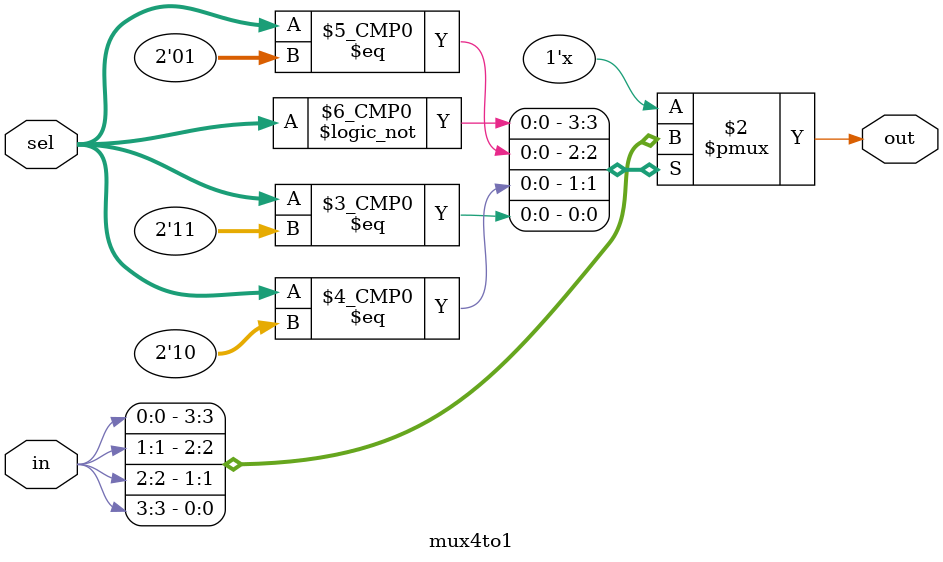
<source format=v>
module mux4to1 (
  input [3:0] in,
  input [1:0] sel,
  output reg out
);

  always @(*) begin
    case ({sel})
      2'b00: out <= in[0];
      2'b01: out <= in[1];
      2'b10: out <= in[2];
      2'b11: out <= in[3];
    endcase
  end

endmodule
</source>
